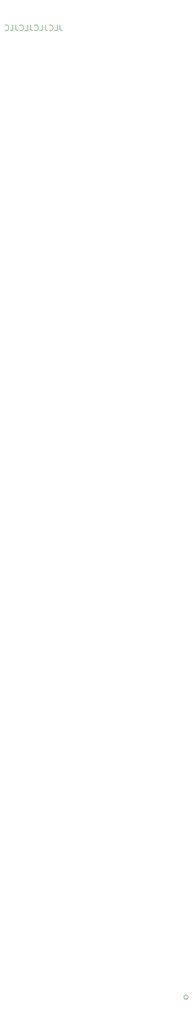
<source format=gbr>
%TF.GenerationSoftware,KiCad,Pcbnew,(6.0.11)*%
%TF.CreationDate,2023-04-06T16:38:06-06:00*%
%TF.ProjectId,isa-itx-pc104-backplane,6973612d-6974-4782-9d70-633130342d62,rev?*%
%TF.SameCoordinates,Original*%
%TF.FileFunction,Legend,Bot*%
%TF.FilePolarity,Positive*%
%FSLAX46Y46*%
G04 Gerber Fmt 4.6, Leading zero omitted, Abs format (unit mm)*
G04 Created by KiCad (PCBNEW (6.0.11)) date 2023-04-06 16:38:06*
%MOMM*%
%LPD*%
G01*
G04 APERTURE LIST*
%ADD10C,0.100000*%
%ADD11C,0.120000*%
G04 APERTURE END LIST*
D10*
X190928047Y140501619D02*
X190928047Y139787333D01*
X190975666Y139644476D01*
X191070904Y139549238D01*
X191213761Y139501619D01*
X191309000Y139501619D01*
X189975666Y139501619D02*
X190451857Y139501619D01*
X190451857Y140501619D01*
X189070904Y139596857D02*
X189118523Y139549238D01*
X189261380Y139501619D01*
X189356619Y139501619D01*
X189499476Y139549238D01*
X189594714Y139644476D01*
X189642333Y139739714D01*
X189689952Y139930190D01*
X189689952Y140073047D01*
X189642333Y140263523D01*
X189594714Y140358761D01*
X189499476Y140454000D01*
X189356619Y140501619D01*
X189261380Y140501619D01*
X189118523Y140454000D01*
X189070904Y140406380D01*
X188356619Y140501619D02*
X188356619Y139787333D01*
X188404238Y139644476D01*
X188499476Y139549238D01*
X188642333Y139501619D01*
X188737571Y139501619D01*
X187404238Y139501619D02*
X187880428Y139501619D01*
X187880428Y140501619D01*
X186499476Y139596857D02*
X186547095Y139549238D01*
X186689952Y139501619D01*
X186785190Y139501619D01*
X186928047Y139549238D01*
X187023285Y139644476D01*
X187070904Y139739714D01*
X187118523Y139930190D01*
X187118523Y140073047D01*
X187070904Y140263523D01*
X187023285Y140358761D01*
X186928047Y140454000D01*
X186785190Y140501619D01*
X186689952Y140501619D01*
X186547095Y140454000D01*
X186499476Y140406380D01*
X185785190Y140501619D02*
X185785190Y139787333D01*
X185832809Y139644476D01*
X185928047Y139549238D01*
X186070904Y139501619D01*
X186166142Y139501619D01*
X184832809Y139501619D02*
X185309000Y139501619D01*
X185309000Y140501619D01*
X183928047Y139596857D02*
X183975666Y139549238D01*
X184118523Y139501619D01*
X184213761Y139501619D01*
X184356619Y139549238D01*
X184451857Y139644476D01*
X184499476Y139739714D01*
X184547095Y139930190D01*
X184547095Y140073047D01*
X184499476Y140263523D01*
X184451857Y140358761D01*
X184356619Y140454000D01*
X184213761Y140501619D01*
X184118523Y140501619D01*
X183975666Y140454000D01*
X183928047Y140406380D01*
X183213761Y140501619D02*
X183213761Y139787333D01*
X183261380Y139644476D01*
X183356619Y139549238D01*
X183499476Y139501619D01*
X183594714Y139501619D01*
X182261380Y139501619D02*
X182737571Y139501619D01*
X182737571Y140501619D01*
X181356619Y139596857D02*
X181404238Y139549238D01*
X181547095Y139501619D01*
X181642333Y139501619D01*
X181785190Y139549238D01*
X181880428Y139644476D01*
X181928047Y139739714D01*
X181975666Y139930190D01*
X181975666Y140073047D01*
X181928047Y140263523D01*
X181880428Y140358761D01*
X181785190Y140454000D01*
X181642333Y140501619D01*
X181547095Y140501619D01*
X181404238Y140454000D01*
X181356619Y140406380D01*
D11*
%TO.C,J1*%
X213360000Y-28829000D02*
G75*
G03*
X213360000Y-28829000I-381000J0D01*
G01*
%TD*%
M02*

</source>
